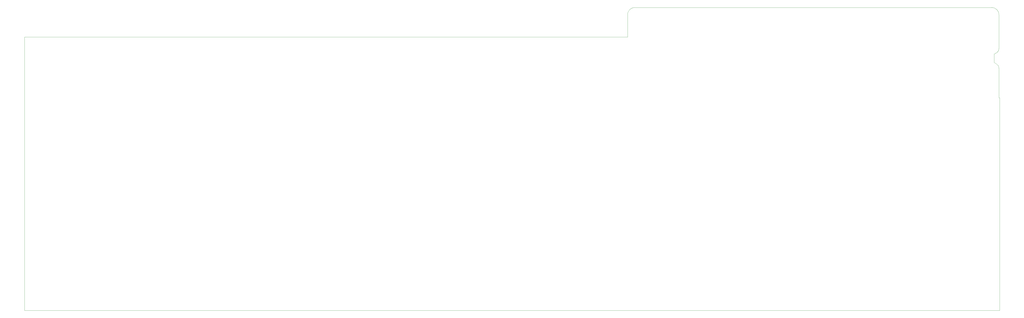
<source format=gm1>
%TF.GenerationSoftware,KiCad,Pcbnew,(5.1.6-0)*%
%TF.CreationDate,2022-03-16T10:00:05+01:00*%
%TF.ProjectId,A500KB,41353030-4b42-42e6-9b69-6361645f7063,rev?*%
%TF.SameCoordinates,Original*%
%TF.FileFunction,Profile,NP*%
%FSLAX46Y46*%
G04 Gerber Fmt 4.6, Leading zero omitted, Abs format (unit mm)*
G04 Created by KiCad (PCBNEW (5.1.6-0)) date 2022-03-16 10:00:05*
%MOMM*%
%LPD*%
G01*
G04 APERTURE LIST*
%TA.AperFunction,Profile*%
%ADD10C,0.050000*%
%TD*%
G04 APERTURE END LIST*
D10*
X472003897Y-248642402D02*
X471000000Y-247900000D01*
X471729246Y-243700000D02*
X471000000Y-244050000D01*
X472003897Y-248642402D02*
G75*
G02*
X473200000Y-250600000I-1003897J-1957598D01*
G01*
X473200000Y-241600000D02*
G75*
G02*
X471729246Y-243700000I-2234608J0D01*
G01*
X473200000Y-250600000D02*
X473220000Y-264160000D01*
X471000000Y-244050000D02*
X471000000Y-247900000D01*
X469950000Y-222700000D02*
G75*
G02*
X473200000Y-225950000I0J-3250000D01*
G01*
X302700000Y-225950000D02*
G75*
G02*
X305950000Y-222700000I3250000J0D01*
G01*
X302700000Y-236220000D02*
X25700000Y-236220000D01*
X302700000Y-225950000D02*
X302700000Y-236220000D01*
X469950000Y-222700000D02*
X305950000Y-222700000D01*
X473200000Y-241600000D02*
X473200000Y-225950000D01*
X473500000Y-264160000D02*
X473220000Y-264160000D01*
X473500000Y-361950000D02*
X473500000Y-264160000D01*
X25700000Y-361950000D02*
X473500000Y-361950000D01*
X25700000Y-360680000D02*
X25700000Y-361950000D01*
X25700000Y-236220000D02*
X25700000Y-360680000D01*
M02*

</source>
